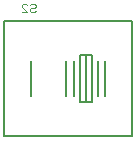
<source format=gbo>
G04*
G04 #@! TF.GenerationSoftware,Altium Limited,Altium Designer,21.6.4 (81)*
G04*
G04 Layer_Color=32896*
%FSLAX25Y25*%
%MOIN*%
G70*
G04*
G04 #@! TF.SameCoordinates,2A81184C-DEB4-4CFB-8C3F-066722EA72C9*
G04*
G04*
G04 #@! TF.FilePolarity,Positive*
G04*
G01*
G75*
%ADD18C,0.00394*%
%ADD156C,0.00800*%
D18*
X224815Y299351D02*
X225274Y299811D01*
X226193D01*
X226652Y299351D01*
Y298892D01*
X226193Y298433D01*
X225274D01*
X224815Y297974D01*
Y297515D01*
X225274Y297056D01*
X226193D01*
X226652Y297515D01*
X222060Y297056D02*
X223897D01*
X222060Y298892D01*
Y299351D01*
X222519Y299811D01*
X223438D01*
X223897Y299351D01*
D156*
X216272Y294241D02*
X258792D01*
Y255658D02*
Y294241D01*
X216272Y255658D02*
X258792D01*
X216272D02*
Y294241D01*
X225131Y269044D02*
Y280855D01*
X239419Y269044D02*
Y280855D01*
X241387Y267076D02*
Y282824D01*
X243356Y267076D02*
Y282824D01*
X245324Y267076D02*
Y282824D01*
X247293Y269044D02*
Y280855D01*
X236942Y269044D02*
Y280855D01*
X249934Y269044D02*
Y280855D01*
X241387Y282824D02*
X243356D01*
X241387Y267076D02*
X243356D01*
X245324D01*
X243356Y282824D02*
X245324D01*
M02*

</source>
